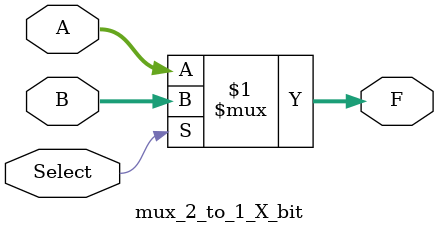
<source format=sv>
module mux_2_to_1_X_bit 
	#(parameter width = 16)(
	input logic [width-1:0] A, B,
	input logic Select,
	
	output logic [width-1:0] F
);

	assign F = Select ? B : A;
endmodule
</source>
